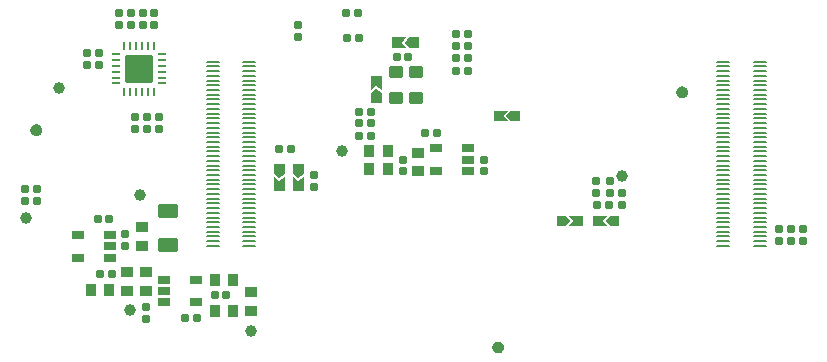
<source format=gtp>
G04*
G04 #@! TF.GenerationSoftware,Altium Limited,Altium Designer,18.1.6 (161)*
G04*
G04 Layer_Color=8421504*
%FSTAX24Y24*%
%MOIN*%
G70*
G01*
G75*
G04:AMPARAMS|DCode=19|XSize=25.6mil|YSize=25.6mil|CornerRadius=2.6mil|HoleSize=0mil|Usage=FLASHONLY|Rotation=270.000|XOffset=0mil|YOffset=0mil|HoleType=Round|Shape=RoundedRectangle|*
%AMROUNDEDRECTD19*
21,1,0.0256,0.0205,0,0,270.0*
21,1,0.0205,0.0256,0,0,270.0*
1,1,0.0051,-0.0102,-0.0102*
1,1,0.0051,-0.0102,0.0102*
1,1,0.0051,0.0102,0.0102*
1,1,0.0051,0.0102,-0.0102*
%
%ADD19ROUNDEDRECTD19*%
G04:AMPARAMS|DCode=20|XSize=7.9mil|YSize=44.9mil|CornerRadius=2mil|HoleSize=0mil|Usage=FLASHONLY|Rotation=90.000|XOffset=0mil|YOffset=0mil|HoleType=Round|Shape=RoundedRectangle|*
%AMROUNDEDRECTD20*
21,1,0.0079,0.0409,0,0,90.0*
21,1,0.0039,0.0449,0,0,90.0*
1,1,0.0039,0.0205,0.0020*
1,1,0.0039,0.0205,-0.0020*
1,1,0.0039,-0.0205,-0.0020*
1,1,0.0039,-0.0205,0.0020*
%
%ADD20ROUNDEDRECTD20*%
G04:AMPARAMS|DCode=21|XSize=25.6mil|YSize=25.6mil|CornerRadius=2.6mil|HoleSize=0mil|Usage=FLASHONLY|Rotation=0.000|XOffset=0mil|YOffset=0mil|HoleType=Round|Shape=RoundedRectangle|*
%AMROUNDEDRECTD21*
21,1,0.0256,0.0205,0,0,0.0*
21,1,0.0205,0.0256,0,0,0.0*
1,1,0.0051,0.0102,-0.0102*
1,1,0.0051,-0.0102,-0.0102*
1,1,0.0051,-0.0102,0.0102*
1,1,0.0051,0.0102,0.0102*
%
%ADD21ROUNDEDRECTD21*%
%ADD22C,0.0394*%
%ADD23R,0.0295X0.0354*%
%ADD24R,0.0354X0.0295*%
G04:AMPARAMS|DCode=25|XSize=37.4mil|YSize=47.2mil|CornerRadius=4.7mil|HoleSize=0mil|Usage=FLASHONLY|Rotation=90.000|XOffset=0mil|YOffset=0mil|HoleType=Round|Shape=RoundedRectangle|*
%AMROUNDEDRECTD25*
21,1,0.0374,0.0379,0,0,90.0*
21,1,0.0281,0.0472,0,0,90.0*
1,1,0.0094,0.0189,0.0140*
1,1,0.0094,0.0189,-0.0140*
1,1,0.0094,-0.0189,-0.0140*
1,1,0.0094,-0.0189,0.0140*
%
%ADD25ROUNDEDRECTD25*%
G04:AMPARAMS|DCode=26|XSize=23.6mil|YSize=39.4mil|CornerRadius=1.2mil|HoleSize=0mil|Usage=FLASHONLY|Rotation=270.000|XOffset=0mil|YOffset=0mil|HoleType=Round|Shape=RoundedRectangle|*
%AMROUNDEDRECTD26*
21,1,0.0236,0.0370,0,0,270.0*
21,1,0.0213,0.0394,0,0,270.0*
1,1,0.0024,-0.0185,-0.0106*
1,1,0.0024,-0.0185,0.0106*
1,1,0.0024,0.0185,0.0106*
1,1,0.0024,0.0185,-0.0106*
%
%ADD26ROUNDEDRECTD26*%
G04:AMPARAMS|DCode=27|XSize=39.4mil|YSize=35.4mil|CornerRadius=3.5mil|HoleSize=0mil|Usage=FLASHONLY|Rotation=0.000|XOffset=0mil|YOffset=0mil|HoleType=Round|Shape=RoundedRectangle|*
%AMROUNDEDRECTD27*
21,1,0.0394,0.0283,0,0,0.0*
21,1,0.0323,0.0354,0,0,0.0*
1,1,0.0071,0.0161,-0.0142*
1,1,0.0071,-0.0161,-0.0142*
1,1,0.0071,-0.0161,0.0142*
1,1,0.0071,0.0161,0.0142*
%
%ADD27ROUNDEDRECTD27*%
G04:AMPARAMS|DCode=28|XSize=39.4mil|YSize=35.4mil|CornerRadius=3.5mil|HoleSize=0mil|Usage=FLASHONLY|Rotation=270.000|XOffset=0mil|YOffset=0mil|HoleType=Round|Shape=RoundedRectangle|*
%AMROUNDEDRECTD28*
21,1,0.0394,0.0283,0,0,270.0*
21,1,0.0323,0.0354,0,0,270.0*
1,1,0.0071,-0.0142,-0.0161*
1,1,0.0071,-0.0142,0.0161*
1,1,0.0071,0.0142,0.0161*
1,1,0.0071,0.0142,-0.0161*
%
%ADD28ROUNDEDRECTD28*%
G04:AMPARAMS|DCode=29|XSize=68.9mil|YSize=45.3mil|CornerRadius=4.5mil|HoleSize=0mil|Usage=FLASHONLY|Rotation=0.000|XOffset=0mil|YOffset=0mil|HoleType=Round|Shape=RoundedRectangle|*
%AMROUNDEDRECTD29*
21,1,0.0689,0.0362,0,0,0.0*
21,1,0.0598,0.0453,0,0,0.0*
1,1,0.0091,0.0299,-0.0181*
1,1,0.0091,-0.0299,-0.0181*
1,1,0.0091,-0.0299,0.0181*
1,1,0.0091,0.0299,0.0181*
%
%ADD29ROUNDEDRECTD29*%
%ADD30O,0.0315X0.0098*%
%ADD31O,0.0098X0.0315*%
G04:AMPARAMS|DCode=32|XSize=96.5mil|YSize=96.5mil|CornerRadius=12.1mil|HoleSize=0mil|Usage=FLASHONLY|Rotation=180.000|XOffset=0mil|YOffset=0mil|HoleType=Round|Shape=RoundedRectangle|*
%AMROUNDEDRECTD32*
21,1,0.0965,0.0723,0,0,180.0*
21,1,0.0723,0.0965,0,0,180.0*
1,1,0.0241,-0.0362,0.0362*
1,1,0.0241,0.0362,0.0362*
1,1,0.0241,0.0362,-0.0362*
1,1,0.0241,-0.0362,-0.0362*
%
%ADD32ROUNDEDRECTD32*%
G36*
X023976Y021732D02*
X024111Y021552D01*
X023636Y021552D01*
X023636Y021912D01*
X024111Y021912D01*
X023976Y021732D01*
D02*
G37*
G36*
X024516Y021552D02*
X024191Y021552D01*
X024057Y021732D01*
X024191Y021912D01*
X024516Y021912D01*
X024516Y021552D01*
D02*
G37*
G36*
X02329Y020617D02*
X02329Y020142D01*
X02311Y020277D01*
X02293Y020142D01*
Y020617D01*
X02329Y020617D01*
D02*
G37*
G36*
X033336Y020274D02*
X033355Y02027D01*
X033373Y020264D01*
X033391Y020257D01*
X033408Y020248D01*
X033424Y020237D01*
X033439Y020225D01*
X033453Y020211D01*
X033465Y020196D01*
X033476Y02018D01*
X033485Y020163D01*
X033493Y020145D01*
X033498Y020127D01*
X033502Y020108D01*
X033504Y020088D01*
Y020079D01*
Y020069D01*
X033502Y02005D01*
X033498Y020031D01*
X033493Y020012D01*
X033485Y019994D01*
X033476Y019977D01*
X033465Y019961D01*
X033453Y019946D01*
X033439Y019933D01*
X033424Y01992D01*
X033408Y01991D01*
X033391Y019901D01*
X033373Y019893D01*
X033355Y019888D01*
X033336Y019884D01*
X033317Y019882D01*
X033297D01*
X033278Y019884D01*
X033259Y019888D01*
X033241Y019893D01*
X033223Y019901D01*
X033206Y01991D01*
X03319Y01992D01*
X033175Y019933D01*
X033161Y019946D01*
X033149Y019961D01*
X033138Y019977D01*
X033129Y019994D01*
X033122Y020012D01*
X033116Y020031D01*
X033112Y02005D01*
X03311Y020069D01*
Y020079D01*
Y020088D01*
X033112Y020108D01*
X033116Y020127D01*
X033122Y020145D01*
X033129Y020163D01*
X033138Y02018D01*
X033149Y020196D01*
X033161Y020211D01*
X033175Y020225D01*
X03319Y020237D01*
X033206Y020248D01*
X033223Y020257D01*
X033241Y020264D01*
X033259Y02027D01*
X033278Y020274D01*
X033297Y020276D01*
X033317D01*
X033336Y020274D01*
D02*
G37*
G36*
X02329Y020062D02*
X02329Y019737D01*
X02293Y019737D01*
X02293Y020062D01*
X02311Y020197D01*
X02329Y020062D01*
D02*
G37*
G36*
X027361Y019291D02*
X027496Y019111D01*
X027021Y019111D01*
Y019471D01*
X027496Y019471D01*
X027361Y019291D01*
D02*
G37*
G36*
X027901Y019471D02*
X027901Y019111D01*
X027576Y019111D01*
X027441Y019291D01*
X027576Y019471D01*
X027901Y019471D01*
D02*
G37*
G36*
X011801Y019014D02*
X01182Y01901D01*
X011838Y019004D01*
X011856Y018997D01*
X011873Y018988D01*
X011889Y018977D01*
X011904Y018965D01*
X011918Y018951D01*
X01193Y018936D01*
X011941Y01892D01*
X01195Y018903D01*
X011957Y018885D01*
X011963Y018867D01*
X011967Y018848D01*
X011968Y018829D01*
Y018819D01*
Y018809D01*
X011967Y01879D01*
X011963Y018771D01*
X011957Y018752D01*
X01195Y018735D01*
X011941Y018718D01*
X01193Y018701D01*
X011918Y018687D01*
X011904Y018673D01*
X011889Y018661D01*
X011873Y01865D01*
X011856Y018641D01*
X011838Y018633D01*
X01182Y018628D01*
X011801Y018624D01*
X011781Y018622D01*
X011762D01*
X011743Y018624D01*
X011724Y018628D01*
X011705Y018633D01*
X011687Y018641D01*
X01167Y01865D01*
X011654Y018661D01*
X011639Y018673D01*
X011626Y018687D01*
X011613Y018701D01*
X011603Y018718D01*
X011593Y018735D01*
X011586Y018752D01*
X01158Y018771D01*
X011577Y01879D01*
X011575Y018809D01*
Y018819D01*
Y018829D01*
X011577Y018848D01*
X01158Y018867D01*
X011586Y018885D01*
X011593Y018903D01*
X011603Y01892D01*
X011613Y018936D01*
X011626Y018951D01*
X011639Y018965D01*
X011654Y018977D01*
X01167Y018988D01*
X011687Y018997D01*
X011705Y019004D01*
X011724Y01901D01*
X011743Y019014D01*
X011762Y019016D01*
X011781D01*
X011801Y019014D01*
D02*
G37*
G36*
X020681Y017676D02*
X020681Y017351D01*
X020501Y017216D01*
X020321Y017351D01*
X020321Y017676D01*
X020681Y017676D01*
D02*
G37*
G36*
X020051Y017351D02*
X019871Y017216D01*
X019691Y017351D01*
X019691Y017676D01*
X020051D01*
X020051Y017351D01*
D02*
G37*
G36*
X020051Y016796D02*
X019691D01*
X019691Y017271D01*
X019871Y017136D01*
X020051Y017271D01*
X020051Y016796D01*
D02*
G37*
G36*
X020501Y017136D02*
X020681Y017271D01*
X020681Y016796D01*
X020321D01*
X020321Y017271D01*
X020501Y017136D01*
D02*
G37*
G36*
X029577Y015787D02*
X029442Y015607D01*
X029117D01*
X029117Y015967D01*
X029442Y015967D01*
X029577Y015787D01*
D02*
G37*
G36*
X029997Y015967D02*
X029997Y015607D01*
X029522Y015607D01*
X029657Y015787D01*
X029522Y015967D01*
X029997Y015967D01*
D02*
G37*
G36*
X030808Y015967D02*
X030673Y015787D01*
X030808Y015607D01*
X030333Y015607D01*
X030333Y015967D01*
X030808Y015967D01*
D02*
G37*
G36*
X031213Y015607D02*
X030888Y015607D01*
X030753Y015787D01*
X030888Y015967D01*
X031213D01*
Y015607D01*
D02*
G37*
G36*
X027194Y01177D02*
X027213Y011766D01*
X027232Y01176D01*
X02725Y011753D01*
X027267Y011744D01*
X027283Y011733D01*
X027298Y011721D01*
X027311Y011707D01*
X027324Y011692D01*
X027334Y011676D01*
X027344Y011659D01*
X027351Y011641D01*
X027357Y011623D01*
X02736Y011604D01*
X027362Y011584D01*
Y011575D01*
Y011565D01*
X02736Y011546D01*
X027357Y011527D01*
X027351Y011508D01*
X027344Y011491D01*
X027334Y011473D01*
X027324Y011457D01*
X027311Y011442D01*
X027298Y011429D01*
X027283Y011416D01*
X027267Y011406D01*
X02725Y011397D01*
X027232Y011389D01*
X027213Y011384D01*
X027194Y01138D01*
X027175Y011378D01*
X027156D01*
X027136Y01138D01*
X027117Y011384D01*
X027099Y011389D01*
X027081Y011397D01*
X027064Y011406D01*
X027048Y011416D01*
X027033Y011429D01*
X027019Y011442D01*
X027007Y011457D01*
X026996Y011473D01*
X026987Y011491D01*
X02698Y011508D01*
X026974Y011527D01*
X02697Y011546D01*
X026969Y011565D01*
Y011575D01*
Y011584D01*
X02697Y011604D01*
X026974Y011623D01*
X02698Y011641D01*
X026987Y011659D01*
X026996Y011676D01*
X027007Y011692D01*
X027019Y011707D01*
X027033Y011721D01*
X027048Y011733D01*
X027064Y011744D01*
X027081Y011753D01*
X027099Y01176D01*
X027117Y011766D01*
X027136Y01177D01*
X027156Y011772D01*
X027175D01*
X027194Y01177D01*
D02*
G37*
D19*
X025777Y022008D02*
D03*
X02617Y022008D02*
D03*
X025777Y021614D02*
D03*
X02617Y021614D02*
D03*
X02617Y02122D02*
D03*
X025777D02*
D03*
X02617Y020802D02*
D03*
X025777Y020802D02*
D03*
X030871Y016339D02*
D03*
X030478D02*
D03*
X02248Y022717D02*
D03*
X022087D02*
D03*
X022126Y02189D02*
D03*
X02252Y02189D02*
D03*
X024175Y02126D02*
D03*
X023781Y02126D02*
D03*
X024724Y01874D02*
D03*
X025118Y01874D02*
D03*
X022543Y019435D02*
D03*
X022936Y019435D02*
D03*
X022543Y019042D02*
D03*
X022936Y019042D02*
D03*
X022936Y018623D02*
D03*
X022543Y018623D02*
D03*
X019871Y0182D02*
D03*
X020264Y0182D02*
D03*
X017717Y013307D02*
D03*
X01811Y013307D02*
D03*
X016732Y012559D02*
D03*
X017126Y012559D02*
D03*
X014213Y015866D02*
D03*
X013819Y015866D02*
D03*
X013898Y014016D02*
D03*
X014291Y014016D02*
D03*
X013858Y021378D02*
D03*
X013465Y021378D02*
D03*
X013465Y020984D02*
D03*
X013858Y020984D02*
D03*
D20*
X034665Y017008D02*
D03*
Y019528D02*
D03*
X035886Y01874D02*
D03*
X034665Y017953D02*
D03*
X035886Y01748D02*
D03*
Y015433D02*
D03*
Y015276D02*
D03*
Y014961D02*
D03*
Y015118D02*
D03*
X034665Y017795D02*
D03*
Y017638D02*
D03*
X035886Y01685D02*
D03*
Y016693D02*
D03*
Y016535D02*
D03*
Y016378D02*
D03*
Y01622D02*
D03*
Y016063D02*
D03*
X034665Y015591D02*
D03*
X035886Y019528D02*
D03*
X034665Y01874D02*
D03*
Y014961D02*
D03*
Y015748D02*
D03*
Y015433D02*
D03*
Y015276D02*
D03*
Y015118D02*
D03*
Y017323D02*
D03*
Y017165D02*
D03*
Y01685D02*
D03*
Y016693D02*
D03*
X035886Y021102D02*
D03*
X034665D02*
D03*
X035886Y020945D02*
D03*
X034665D02*
D03*
X035886Y020787D02*
D03*
X034665D02*
D03*
X035886Y02063D02*
D03*
X034665D02*
D03*
X035886Y020472D02*
D03*
X034665D02*
D03*
X035886Y020315D02*
D03*
X034665D02*
D03*
X035886Y020157D02*
D03*
X034665D02*
D03*
X035886Y02D02*
D03*
X034665D02*
D03*
X035886Y019843D02*
D03*
X034665D02*
D03*
X035886Y019685D02*
D03*
X034665D02*
D03*
X035886Y01937D02*
D03*
X034665D02*
D03*
X035886Y019213D02*
D03*
X034665D02*
D03*
X035886Y019055D02*
D03*
X034665D02*
D03*
X035886Y018898D02*
D03*
X034665D02*
D03*
X035886Y018583D02*
D03*
X034665D02*
D03*
X035886Y018425D02*
D03*
X034665D02*
D03*
X035886Y018268D02*
D03*
X034665D02*
D03*
X035886Y01811D02*
D03*
X034665D02*
D03*
X035886Y017953D02*
D03*
Y017795D02*
D03*
Y017638D02*
D03*
X034665Y01748D02*
D03*
X035886Y017323D02*
D03*
Y017165D02*
D03*
Y017008D02*
D03*
Y015906D02*
D03*
Y015591D02*
D03*
Y015748D02*
D03*
X034665Y016535D02*
D03*
Y01622D02*
D03*
Y016063D02*
D03*
Y015906D02*
D03*
Y016378D02*
D03*
X018876Y019055D02*
D03*
Y016535D02*
D03*
X017656Y017323D02*
D03*
X018876Y01811D02*
D03*
X017656Y018583D02*
D03*
Y02063D02*
D03*
Y020787D02*
D03*
Y021102D02*
D03*
Y020945D02*
D03*
X018876Y018268D02*
D03*
Y018425D02*
D03*
X017656Y019213D02*
D03*
Y01937D02*
D03*
Y019528D02*
D03*
Y019685D02*
D03*
Y019843D02*
D03*
Y02D02*
D03*
X018876Y020472D02*
D03*
X017656Y016535D02*
D03*
X018876Y017323D02*
D03*
Y021102D02*
D03*
Y020315D02*
D03*
Y02063D02*
D03*
Y020787D02*
D03*
Y020945D02*
D03*
Y01874D02*
D03*
Y018898D02*
D03*
Y019213D02*
D03*
Y01937D02*
D03*
X017656Y014961D02*
D03*
X018876D02*
D03*
X017656Y015118D02*
D03*
X018876D02*
D03*
X017656Y015276D02*
D03*
X018876D02*
D03*
X017656Y015433D02*
D03*
X018876D02*
D03*
X017656Y015591D02*
D03*
X018876D02*
D03*
X017656Y015748D02*
D03*
X018876D02*
D03*
X017656Y015906D02*
D03*
X018876D02*
D03*
X017656Y016063D02*
D03*
X018876D02*
D03*
X017656Y01622D02*
D03*
X018876D02*
D03*
X017656Y016378D02*
D03*
X018876D02*
D03*
X017656Y016693D02*
D03*
X018876D02*
D03*
X017656Y01685D02*
D03*
X018876D02*
D03*
X017656Y017008D02*
D03*
X018876D02*
D03*
X017656Y017165D02*
D03*
X018876D02*
D03*
X017656Y01748D02*
D03*
X018876D02*
D03*
X017656Y017638D02*
D03*
X018876D02*
D03*
X017656Y017795D02*
D03*
X018876D02*
D03*
X017656Y017953D02*
D03*
X018876D02*
D03*
X017656Y01811D02*
D03*
Y018268D02*
D03*
Y018425D02*
D03*
X018876Y018583D02*
D03*
X017656Y01874D02*
D03*
Y018898D02*
D03*
Y019055D02*
D03*
Y020157D02*
D03*
Y020472D02*
D03*
Y020315D02*
D03*
X018876Y019528D02*
D03*
Y019843D02*
D03*
Y02D02*
D03*
Y020157D02*
D03*
Y019685D02*
D03*
D21*
X037323Y015118D02*
D03*
Y015512D02*
D03*
X036929Y015118D02*
D03*
X036929Y015512D02*
D03*
X036535Y015118D02*
D03*
Y015512D02*
D03*
X031304Y016339D02*
D03*
Y016732D02*
D03*
X03088Y017113D02*
D03*
X03088Y016719D02*
D03*
X030438Y016719D02*
D03*
X030438Y017113D02*
D03*
X020512Y022323D02*
D03*
X020512Y021929D02*
D03*
X026693Y017835D02*
D03*
X026693Y017441D02*
D03*
X023987Y017441D02*
D03*
X023987Y017835D02*
D03*
X021024Y017323D02*
D03*
X021024Y016929D02*
D03*
X014744Y015354D02*
D03*
Y014961D02*
D03*
X015433Y01252D02*
D03*
X015433Y012913D02*
D03*
X011811Y016457D02*
D03*
X011811Y01685D02*
D03*
X011393D02*
D03*
Y016457D02*
D03*
X015709Y022717D02*
D03*
X015709Y022323D02*
D03*
X015315Y022323D02*
D03*
Y022717D02*
D03*
X014921Y022323D02*
D03*
X014921Y022717D02*
D03*
X014528Y022323D02*
D03*
Y022717D02*
D03*
X015866Y019252D02*
D03*
X015866Y018858D02*
D03*
X015472Y019252D02*
D03*
X015472Y018858D02*
D03*
X015079Y019252D02*
D03*
X015079Y018858D02*
D03*
D22*
X031304Y017283D02*
D03*
X021969Y01811D02*
D03*
X018937Y012126D02*
D03*
X014882Y012835D02*
D03*
X015236Y016654D02*
D03*
X011417Y015906D02*
D03*
X01252Y020208D02*
D03*
D23*
X030483Y015787D02*
D03*
X031063Y015787D02*
D03*
X029267Y015787D02*
D03*
X029848D02*
D03*
X023786Y021732D02*
D03*
X024367Y021732D02*
D03*
X02717Y019291D02*
D03*
X027751D02*
D03*
D24*
X02311Y020467D02*
D03*
X02311Y019887D02*
D03*
X020501Y016946D02*
D03*
X020501Y017526D02*
D03*
X019871Y017526D02*
D03*
X019871Y016946D02*
D03*
D25*
X023771Y020748D02*
D03*
Y019882D02*
D03*
X024421Y020748D02*
D03*
X024421Y019882D02*
D03*
D26*
X025098Y017461D02*
D03*
X025098Y018209D02*
D03*
X026161Y018209D02*
D03*
X026161Y017835D02*
D03*
X026161Y017461D02*
D03*
X016043Y013839D02*
D03*
X016043Y013465D02*
D03*
X016043Y013091D02*
D03*
X017106D02*
D03*
Y013839D02*
D03*
X013158Y01457D02*
D03*
X013158Y015318D02*
D03*
X014221Y015318D02*
D03*
X014221Y014944D02*
D03*
X014221Y01457D02*
D03*
D27*
X024499Y018071D02*
D03*
Y017441D02*
D03*
X018937Y013425D02*
D03*
X018937Y012795D02*
D03*
X015295Y015591D02*
D03*
Y014961D02*
D03*
X015433Y014094D02*
D03*
X015433Y013465D02*
D03*
X014803Y014094D02*
D03*
X014803Y013465D02*
D03*
D28*
X023504Y01811D02*
D03*
X022874Y01811D02*
D03*
X023504Y01752D02*
D03*
X022874Y01752D02*
D03*
X018346Y013819D02*
D03*
X017717Y013819D02*
D03*
X017717Y012795D02*
D03*
X018346Y012795D02*
D03*
X013583Y013504D02*
D03*
X014213Y013504D02*
D03*
D29*
X016161Y01499D02*
D03*
X016161Y016112D02*
D03*
D30*
X015965Y020374D02*
D03*
X015965Y020571D02*
D03*
Y020768D02*
D03*
X015965Y020965D02*
D03*
X015965Y021161D02*
D03*
X015965Y021358D02*
D03*
X014429Y021358D02*
D03*
X014429Y021161D02*
D03*
X014429Y020965D02*
D03*
Y020768D02*
D03*
X014429Y020571D02*
D03*
X014429Y020374D02*
D03*
D31*
X015689Y021634D02*
D03*
X015492Y021634D02*
D03*
X015295D02*
D03*
X015098D02*
D03*
X014902Y021634D02*
D03*
X014705Y021634D02*
D03*
X014705Y020098D02*
D03*
X014902Y020098D02*
D03*
X015098Y020098D02*
D03*
X015295D02*
D03*
X015492Y020098D02*
D03*
X015689Y020098D02*
D03*
D32*
X015197Y020866D02*
D03*
M02*

</source>
